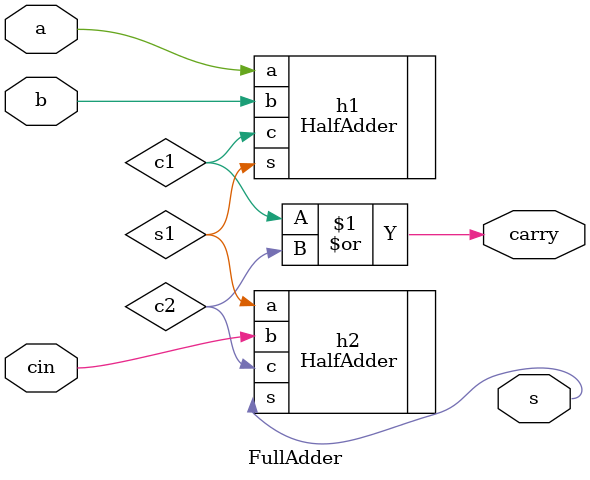
<source format=v>
`timescale 1ns / 1ps
module FullAdder(a,b,cin,s,carry);
	input a,b,cin;
	output s,carry;
	wire c1,c2,s1;
	 // truth table 
	 // a b ci: s co
	 // 0 0 0   0 0
	 // 0 0 1   1 0
	 // 1 0 0   1 0
	 // 0 1 0   1 0
	 // 1 0 1   0 1
	 // 0 1 1   0 1
	 // 1 1 0   0 1
	 // 1 1 1   1 1
	HalfAdder h1(.a(a),.b(b),.s(s1),.c(c1));
	HalfAdder h2(.a(s1),.b(cin),.s(s),.c(c2));
	assign carry = c1|c2;
endmodule


</source>
